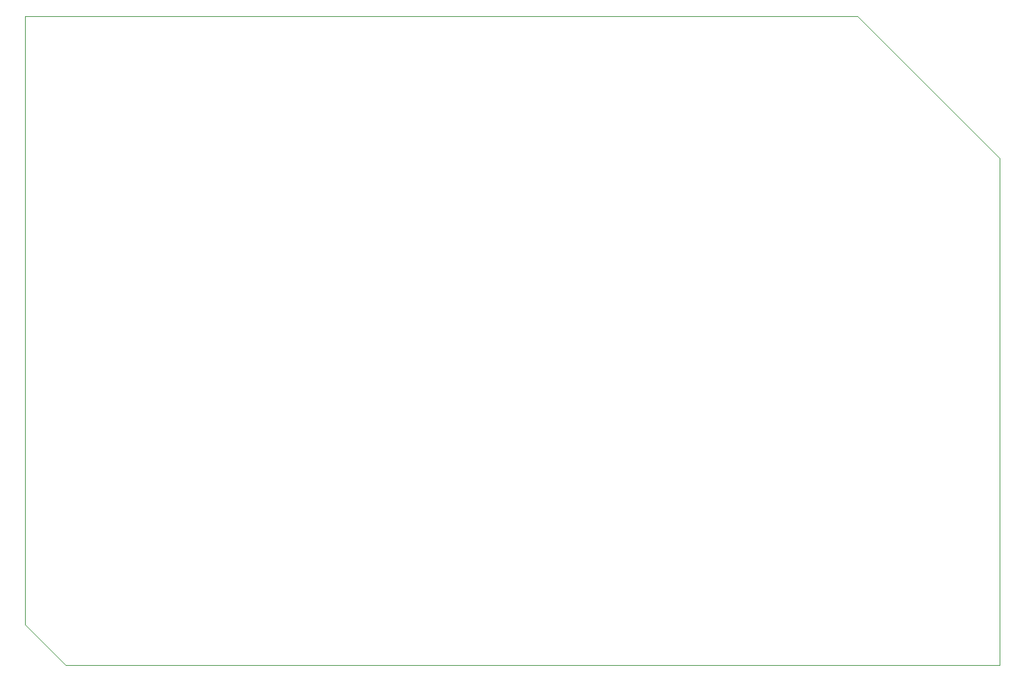
<source format=gbr>
%TF.GenerationSoftware,KiCad,Pcbnew,(6.0.0-0)*%
%TF.CreationDate,2022-01-14T18:13:58-08:00*%
%TF.ProjectId,ArduinoNanoBoard,41726475-696e-46f4-9e61-6e6f426f6172,RedSkull*%
%TF.SameCoordinates,Original*%
%TF.FileFunction,Profile,NP*%
%FSLAX46Y46*%
G04 Gerber Fmt 4.6, Leading zero omitted, Abs format (unit mm)*
G04 Created by KiCad (PCBNEW (6.0.0-0)) date 2022-01-14 18:13:58*
%MOMM*%
%LPD*%
G01*
G04 APERTURE LIST*
%TA.AperFunction,Profile*%
%ADD10C,0.100000*%
%TD*%
G04 APERTURE END LIST*
D10*
X203200000Y-137160000D02*
X86360000Y-137160000D01*
X203200000Y-73660000D02*
X203200000Y-137160000D01*
X185420000Y-55880000D02*
X203200000Y-73660000D01*
X81280000Y-55880000D02*
X185420000Y-55880000D01*
X81280000Y-132080000D02*
X81280000Y-55880000D01*
X86360000Y-137160000D02*
X81280000Y-132080000D01*
M02*

</source>
